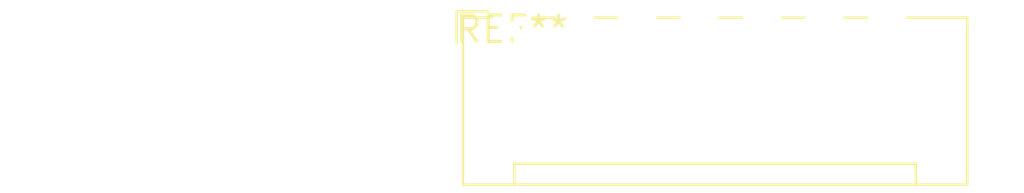
<source format=kicad_pcb>
(kicad_pcb (version 20240108) (generator pcbnew)
  (layers (0 "F.Cu" signal) (31 "B.Cu" signal) (34 "B.Paste" user) (35 "F.Paste" user) (36 "B.SilkS" user "B.Silkscreen") (37 "F.SilkS" user "F.Silkscreen") (38 "B.Mask" user) (39 "F.Mask" user) (44 "Edge.Cuts" user))
  (net 0 "")
  (footprint "JST_ZE_S14B-ZESK-2D_1x14_P1.50mm_Horizontal" (layer "F.Cu") (at 0 0)
    (property "Reference" "REF**")
    (property "Value" "JST_ZE_S14B-ZESK-2D_1x14_P1.50mm_Horizontal")
    (fp_line (start -2.66 -0.86) (end -1.16 -0.86) (layer "F.SilkS") (stroke (width 0.12)))
    (fp_line (start -2.66 0.64) (end -2.66 -0.86) (layer "F.SilkS") (stroke (width 0.12)))
    (fp_line (start -2.36 -0.56) (end -2.36 7.46) (layer "F.SilkS") (stroke (width 0.12)))
    (fp_line (start -2.36 7.46) (end 21.86 7.46) (layer "F.SilkS") (stroke (width 0.12)))
    (fp_line (start -0.96 -0.56) (end -2.36 -0.56) (layer "F.SilkS") (stroke (width 0.12)))
    (fp_line (start 0.11 6.46) (end 19.39 6.46) (layer "F.SilkS") (stroke (width 0.12)))
    (fp_line (start 0.11 7.46) (end 0.11 6.46) (layer "F.SilkS") (stroke (width 0.12)))
    (fp_line (start 0.96 -0.56) (end 2.04 -0.56) (layer "F.SilkS") (stroke (width 0.12)))
    (fp_line (start 3.96 -0.56) (end 5.04 -0.56) (layer "F.SilkS") (stroke (width 0.12)))
    (fp_line (start 6.96 -0.56) (end 8.04 -0.56) (layer "F.SilkS") (stroke (width 0.12)))
    (fp_line (start 9.96 -0.56) (end 11.04 -0.56) (layer "F.SilkS") (stroke (width 0.12)))
    (fp_line (start 12.96 -0.56) (end 14.04 -0.56) (layer "F.SilkS") (stroke (width 0.12)))
    (fp_line (start 15.96 -0.56) (end 17.04 -0.56) (layer "F.SilkS") (stroke (width 0.12)))
    (fp_line (start 19.39 6.46) (end 19.39 7.46) (layer "F.SilkS") (stroke (width 0.12)))
    (fp_line (start 21.86 -0.56) (end 18.96 -0.56) (layer "F.SilkS") (stroke (width 0.12)))
    (fp_line (start 21.86 7.46) (end 21.86 -0.56) (layer "F.SilkS") (stroke (width 0.12)))
    (pad "" np_thru_hole circle (at -1.55 1.85) (size 1.15 1.15) (drill 1.15) (layers *.Cu *.Mask))
    (pad "" np_thru_hole circle (at 21.05 1.85) (size 1.15 1.15) (drill 1.15) (layers *.Cu *.Mask))
    (pad "1" thru_hole roundrect (at 0 0) (size 1.4 1.75) (drill 0.75) (layers *.Cu *.Mask) (remove_unused_layers) (roundrect_rratio 0.178571))
    (pad "2" thru_hole oval (at 1.5 3.7) (size 1.4 1.75) (drill 0.75) (layers *.Cu *.Mask) (remove_unused_layers))
    (pad "3" thru_hole oval (at 3 0) (size 1.4 1.75) (drill 0.75) (layers *.Cu *.Mask) (remove_unused_layers))
    (pad "4" thru_hole oval (at 4.5 3.7) (size 1.4 1.75) (drill 0.75) (layers *.Cu *.Mask) (remove_unused_layers))
    (pad "5" thru_hole oval (at 6 0) (size 1.4 1.75) (drill 0.75) (layers *.Cu *.Mask) (remove_unused_layers))
    (pad "6" thru_hole oval (at 7.5 3.7) (size 1.4 1.75) (drill 0.75) (layers *.Cu *.Mask) (remove_unused_layers))
    (pad "7" thru_hole oval (at 9 0) (size 1.4 1.75) (drill 0.75) (layers *.Cu *.Mask) (remove_unused_layers))
    (pad "8" thru_hole oval (at 10.5 3.7) (size 1.4 1.75) (drill 0.75) (layers *.Cu *.Mask) (remove_unused_layers))
    (pad "9" thru_hole oval (at 12 0) (size 1.4 1.75) (drill 0.75) (layers *.Cu *.Mask) (remove_unused_layers))
    (pad "10" thru_hole oval (at 13.5 3.7) (size 1.4 1.75) (drill 0.75) (layers *.Cu *.Mask) (remove_unused_layers))
    (pad "11" thru_hole oval (at 15 0) (size 1.4 1.75) (drill 0.75) (layers *.Cu *.Mask) (remove_unused_layers))
    (pad "12" thru_hole oval (at 16.5 3.7) (size 1.4 1.75) (drill 0.75) (layers *.Cu *.Mask) (remove_unused_layers))
    (pad "13" thru_hole oval (at 18 0) (size 1.4 1.75) (drill 0.75) (layers *.Cu *.Mask) (remove_unused_layers))
    (pad "14" thru_hole oval (at 19.5 3.7) (size 1.4 1.75) (drill 0.75) (layers *.Cu *.Mask) (remove_unused_layers))
  )
)
</source>
